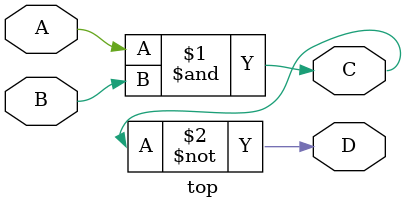
<source format=v>
module top (
    input A,
    input B,
    output C,
    output D
);

assign C = (A & B);
assign D = ~C;

endmodule

</source>
